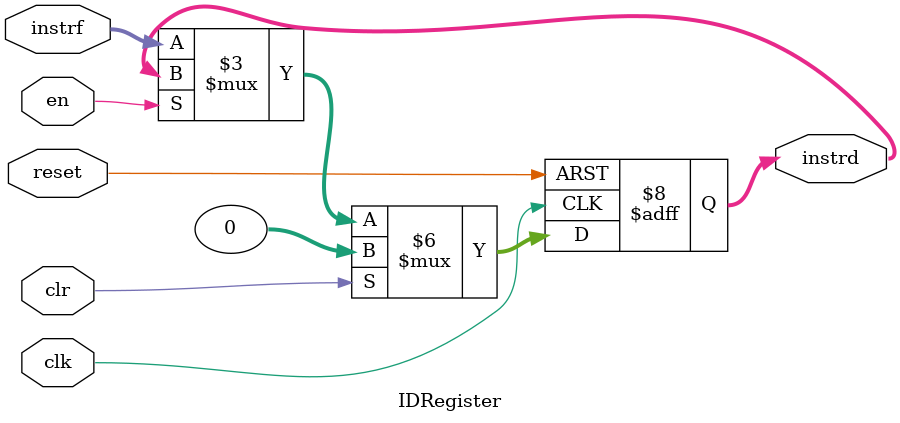
<source format=v>
`timescale 1ns / 1ps

module IDRegister(
    input clk,
    input reset,
    input clr,
    input en,
    input [31:0] instrf,
    output reg [31:0] instrd
);
    // 异步复位，同步清零，带低有效使能
    always @(posedge clk or posedge reset) begin
        if (reset) begin
            instrd <= 32'h0; // 异步复位
        end
        else if (clr) begin
            instrd <= 32'h0; // 同步清零
        end
        else if (~en) begin // 低有效使能
            instrd <= instrf;
        end
        // 当 en = 1 时，instrd 保持当前值（隐含）
    end
endmodule
</source>
